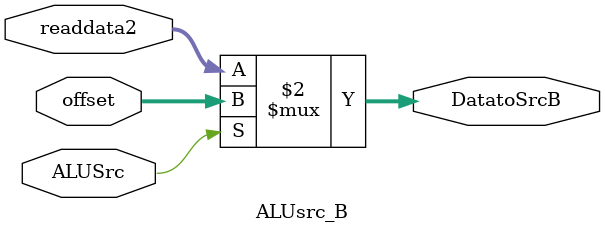
<source format=v>
`timescale 1ns / 1ps

//¼Ä´æÆ÷Ð´ÈëµØÖ·Ñ¡Ôñ rt / rd / ra
module selTorD (
input [4:0] rt,
input [4:0] rd,
input wire RegDst,
output [4:0] r0
);
assign r0 = (RegDst == 1'b1) ? rd : rt;
endmodule

// rtd / ra?
module selR0orRA(
input [4:0] r0,
input ralink,
output [4:0] RegAddr
);
assign RegAddr = (ralink == 1'b1) ? 5'b11111 : r0;
endmodule

//¼Ä´æÆ÷Ð´ÈëÊý¾ÝÑ¡Ôñ
module ALUorDM(
input [31:0] ALUresult,
input [31:0] DMdata,
input MemtoReg,
output [31:0] data0
);
assign data0 = (MemtoReg == 1'b1) ? DMdata : ALUresult;
endmodule

module data0orPC(
input [31:0] data0,
input [31:0] pc,
input PCtoReg,
output [31:0] RegData
);
assign RegData = (PCtoReg == 1'b1) ? pc : data0;
endmodule

//ALUÒÆÎ»Ñ¡Ôñ
module RegorShamt(
input [4:0] shamt,
input [31:0] readdata1,
input shiftvar,
output [4:0] shift
);
assign shift = (shiftvar == 1'b1) ? readdata1[4:0] : shamt;
endmodule

//ALU src_BÑ¡Ôñ
module ALUsrc_B(
input [31:0] readdata2,
input[31:0] offset, //imm_32
input ALUSrc,
output [31:0] DatatoSrcB
);
assign DatatoSrcB = (ALUSrc == 1'b1) ? offset : readdata2;
endmodule
</source>
